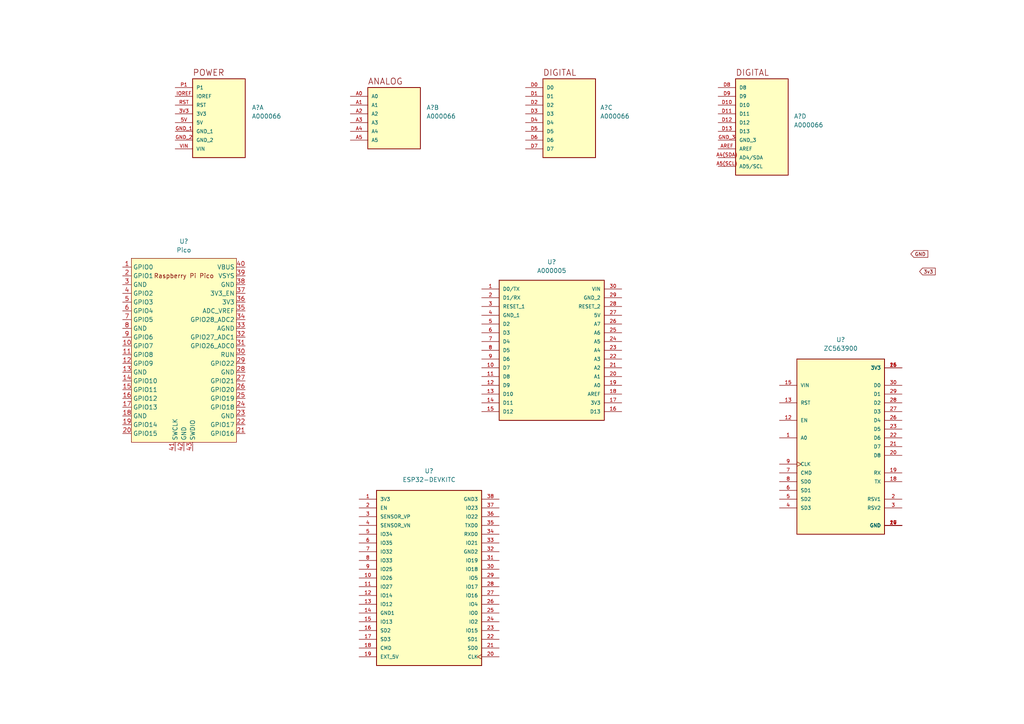
<source format=kicad_sch>
(kicad_sch (version 20211123) (generator eeschema)

  (uuid 2df7122c-9b00-44ca-8943-b51d14346ad9)

  (paper "A4")

  (lib_symbols
    (symbol "Arduino-Nano:A000005" (pin_names (offset 1.016)) (in_bom yes) (on_board yes)
      (property "Reference" "U" (id 0) (at -15.2534 21.1154 0)
        (effects (font (size 1.27 1.27)) (justify left bottom))
      )
      (property "Value" "A000005" (id 1) (at -15.2429 -22.8688 0)
        (effects (font (size 1.27 1.27)) (justify left bottom))
      )
      (property "Footprint" "MODULE_A000005" (id 2) (at 0 0 0)
        (effects (font (size 1.27 1.27)) (justify bottom) hide)
      )
      (property "Datasheet" "" (id 3) (at 0 0 0)
        (effects (font (size 1.27 1.27)) hide)
      )
      (property "MANUFACTURER" "Arduino" (id 4) (at 0 0 0)
        (effects (font (size 1.27 1.27)) (justify bottom) hide)
      )
      (property "PARTREV" "23/03/2020" (id 5) (at 0 0 0)
        (effects (font (size 1.27 1.27)) (justify bottom) hide)
      )
      (property "MAXIMUM_PACKAGE_HEIGHT" "N/A" (id 6) (at 0 0 0)
        (effects (font (size 1.27 1.27)) (justify bottom) hide)
      )
      (property "STANDARD" "Manufacturer Recommendations" (id 7) (at 0 0 0)
        (effects (font (size 1.27 1.27)) (justify bottom) hide)
      )
      (symbol "A000005_0_0"
        (rectangle (start -15.24 -20.32) (end 15.24 20.32)
          (stroke (width 0.254) (type default) (color 0 0 0 0))
          (fill (type background))
        )
        (pin bidirectional line (at -20.32 17.78 0) (length 5.08)
          (name "D0/TX" (effects (font (size 1.016 1.016))))
          (number "1" (effects (font (size 1.016 1.016))))
        )
        (pin bidirectional line (at -20.32 -5.08 0) (length 5.08)
          (name "D7" (effects (font (size 1.016 1.016))))
          (number "10" (effects (font (size 1.016 1.016))))
        )
        (pin bidirectional line (at -20.32 -7.62 0) (length 5.08)
          (name "D8" (effects (font (size 1.016 1.016))))
          (number "11" (effects (font (size 1.016 1.016))))
        )
        (pin bidirectional line (at -20.32 -10.16 0) (length 5.08)
          (name "D9" (effects (font (size 1.016 1.016))))
          (number "12" (effects (font (size 1.016 1.016))))
        )
        (pin bidirectional line (at -20.32 -12.7 0) (length 5.08)
          (name "D10" (effects (font (size 1.016 1.016))))
          (number "13" (effects (font (size 1.016 1.016))))
        )
        (pin bidirectional line (at -20.32 -15.24 0) (length 5.08)
          (name "D11" (effects (font (size 1.016 1.016))))
          (number "14" (effects (font (size 1.016 1.016))))
        )
        (pin bidirectional line (at -20.32 -17.78 0) (length 5.08)
          (name "D12" (effects (font (size 1.016 1.016))))
          (number "15" (effects (font (size 1.016 1.016))))
        )
        (pin bidirectional line (at 20.32 -17.78 180) (length 5.08)
          (name "D13" (effects (font (size 1.016 1.016))))
          (number "16" (effects (font (size 1.016 1.016))))
        )
        (pin power_in line (at 20.32 -15.24 180) (length 5.08)
          (name "3V3" (effects (font (size 1.016 1.016))))
          (number "17" (effects (font (size 1.016 1.016))))
        )
        (pin input line (at 20.32 -12.7 180) (length 5.08)
          (name "AREF" (effects (font (size 1.016 1.016))))
          (number "18" (effects (font (size 1.016 1.016))))
        )
        (pin input line (at 20.32 -10.16 180) (length 5.08)
          (name "A0" (effects (font (size 1.016 1.016))))
          (number "19" (effects (font (size 1.016 1.016))))
        )
        (pin bidirectional line (at -20.32 15.24 0) (length 5.08)
          (name "D1/RX" (effects (font (size 1.016 1.016))))
          (number "2" (effects (font (size 1.016 1.016))))
        )
        (pin input line (at 20.32 -7.62 180) (length 5.08)
          (name "A1" (effects (font (size 1.016 1.016))))
          (number "20" (effects (font (size 1.016 1.016))))
        )
        (pin input line (at 20.32 -5.08 180) (length 5.08)
          (name "A2" (effects (font (size 1.016 1.016))))
          (number "21" (effects (font (size 1.016 1.016))))
        )
        (pin input line (at 20.32 -2.54 180) (length 5.08)
          (name "A3" (effects (font (size 1.016 1.016))))
          (number "22" (effects (font (size 1.016 1.016))))
        )
        (pin input line (at 20.32 0 180) (length 5.08)
          (name "A4" (effects (font (size 1.016 1.016))))
          (number "23" (effects (font (size 1.016 1.016))))
        )
        (pin input line (at 20.32 2.54 180) (length 5.08)
          (name "A5" (effects (font (size 1.016 1.016))))
          (number "24" (effects (font (size 1.016 1.016))))
        )
        (pin input line (at 20.32 5.08 180) (length 5.08)
          (name "A6" (effects (font (size 1.016 1.016))))
          (number "25" (effects (font (size 1.016 1.016))))
        )
        (pin input line (at 20.32 7.62 180) (length 5.08)
          (name "A7" (effects (font (size 1.016 1.016))))
          (number "26" (effects (font (size 1.016 1.016))))
        )
        (pin power_in line (at 20.32 10.16 180) (length 5.08)
          (name "5V" (effects (font (size 1.016 1.016))))
          (number "27" (effects (font (size 1.016 1.016))))
        )
        (pin input line (at 20.32 12.7 180) (length 5.08)
          (name "RESET_2" (effects (font (size 1.016 1.016))))
          (number "28" (effects (font (size 1.016 1.016))))
        )
        (pin power_in line (at 20.32 15.24 180) (length 5.08)
          (name "GND_2" (effects (font (size 1.016 1.016))))
          (number "29" (effects (font (size 1.016 1.016))))
        )
        (pin input line (at -20.32 12.7 0) (length 5.08)
          (name "RESET_1" (effects (font (size 1.016 1.016))))
          (number "3" (effects (font (size 1.016 1.016))))
        )
        (pin power_in line (at 20.32 17.78 180) (length 5.08)
          (name "VIN" (effects (font (size 1.016 1.016))))
          (number "30" (effects (font (size 1.016 1.016))))
        )
        (pin power_in line (at -20.32 10.16 0) (length 5.08)
          (name "GND_1" (effects (font (size 1.016 1.016))))
          (number "4" (effects (font (size 1.016 1.016))))
        )
        (pin bidirectional line (at -20.32 7.62 0) (length 5.08)
          (name "D2" (effects (font (size 1.016 1.016))))
          (number "5" (effects (font (size 1.016 1.016))))
        )
        (pin bidirectional line (at -20.32 5.08 0) (length 5.08)
          (name "D3" (effects (font (size 1.016 1.016))))
          (number "6" (effects (font (size 1.016 1.016))))
        )
        (pin bidirectional line (at -20.32 2.54 0) (length 5.08)
          (name "D4" (effects (font (size 1.016 1.016))))
          (number "7" (effects (font (size 1.016 1.016))))
        )
        (pin bidirectional line (at -20.32 0 0) (length 5.08)
          (name "D5" (effects (font (size 1.016 1.016))))
          (number "8" (effects (font (size 1.016 1.016))))
        )
        (pin bidirectional line (at -20.32 -2.54 0) (length 5.08)
          (name "D6" (effects (font (size 1.016 1.016))))
          (number "9" (effects (font (size 1.016 1.016))))
        )
      )
    )
    (symbol "Arduino-UNO-R3:A000066" (pin_names (offset 1.016)) (in_bom yes) (on_board yes)
      (property "Reference" "A" (id 0) (at -7.62 16.002 0)
        (effects (font (size 1.27 1.27)) (justify left bottom))
      )
      (property "Value" "A000066" (id 1) (at -7.62 -12.7 0)
        (effects (font (size 1.27 1.27)) (justify left bottom))
      )
      (property "Footprint" "ARDUINO_A000066" (id 2) (at 0 0 0)
        (effects (font (size 1.27 1.27)) (justify bottom) hide)
      )
      (property "Datasheet" "" (id 3) (at 0 0 0)
        (effects (font (size 1.27 1.27)) hide)
      )
      (property "MP" "A000066" (id 4) (at 0 0 0)
        (effects (font (size 1.27 1.27)) (justify bottom) hide)
      )
      (property "Price" "None" (id 5) (at 0 0 0)
        (effects (font (size 1.27 1.27)) (justify bottom) hide)
      )
      (property "Package" "None" (id 6) (at 0 0 0)
        (effects (font (size 1.27 1.27)) (justify bottom) hide)
      )
      (property "Availability" "In Stock" (id 7) (at 0 0 0)
        (effects (font (size 1.27 1.27)) (justify bottom) hide)
      )
      (property "MF" "Arduino" (id 8) (at 0 0 0)
        (effects (font (size 1.27 1.27)) (justify bottom) hide)
      )
      (property "Purchase-URL" "https://pricing.snapeda.com/search/part/A000066/?ref=eda" (id 9) (at 0 0 0)
        (effects (font (size 1.27 1.27)) (justify bottom) hide)
      )
      (property "Description" "ATmega328P Arduino Uno R3 AVR® ATmega AVR MCU 8-Bit Embedded Evaluation Board" (id 10) (at 0 0 0)
        (effects (font (size 1.27 1.27)) (justify bottom) hide)
      )
      (symbol "A000066_1_0"
        (rectangle (start -7.62 -10.16) (end 7.62 12.7)
          (stroke (width 0.254) (type default) (color 0 0 0 0))
          (fill (type background))
        )
        (text "POWER" (at -7.62 13.462 0)
          (effects (font (size 1.778 1.778)) (justify left bottom))
        )
        (pin power_in line (at -12.7 2.54 0) (length 5.08)
          (name "3V3" (effects (font (size 1.016 1.016))))
          (number "3V3" (effects (font (size 1.016 1.016))))
        )
        (pin power_in line (at -12.7 0 0) (length 5.08)
          (name "5V" (effects (font (size 1.016 1.016))))
          (number "5V" (effects (font (size 1.016 1.016))))
        )
        (pin power_in line (at -12.7 -2.54 0) (length 5.08)
          (name "GND_1" (effects (font (size 1.016 1.016))))
          (number "GND_1" (effects (font (size 1.016 1.016))))
        )
        (pin power_in line (at -12.7 -5.08 0) (length 5.08)
          (name "GND_2" (effects (font (size 1.016 1.016))))
          (number "GND_2" (effects (font (size 1.016 1.016))))
        )
        (pin bidirectional line (at -12.7 7.62 0) (length 5.08)
          (name "IOREF" (effects (font (size 1.016 1.016))))
          (number "IOREF" (effects (font (size 1.016 1.016))))
        )
        (pin bidirectional line (at -12.7 10.16 0) (length 5.08)
          (name "P1" (effects (font (size 1.016 1.016))))
          (number "P1" (effects (font (size 1.016 1.016))))
        )
        (pin bidirectional line (at -12.7 5.08 0) (length 5.08)
          (name "RST" (effects (font (size 1.016 1.016))))
          (number "RST" (effects (font (size 1.016 1.016))))
        )
        (pin power_in line (at -12.7 -7.62 0) (length 5.08)
          (name "VIN" (effects (font (size 1.016 1.016))))
          (number "VIN" (effects (font (size 1.016 1.016))))
        )
      )
      (symbol "A000066_2_0"
        (rectangle (start -7.62 -10.16) (end 7.62 7.62)
          (stroke (width 0.254) (type default) (color 0 0 0 0))
          (fill (type background))
        )
        (text "ANALOG" (at -7.62 8.382 0)
          (effects (font (size 1.778 1.778)) (justify left bottom))
        )
        (pin bidirectional line (at -12.7 5.08 0) (length 5.08)
          (name "A0" (effects (font (size 1.016 1.016))))
          (number "A0" (effects (font (size 1.016 1.016))))
        )
        (pin bidirectional line (at -12.7 2.54 0) (length 5.08)
          (name "A1" (effects (font (size 1.016 1.016))))
          (number "A1" (effects (font (size 1.016 1.016))))
        )
        (pin bidirectional line (at -12.7 0 0) (length 5.08)
          (name "A2" (effects (font (size 1.016 1.016))))
          (number "A2" (effects (font (size 1.016 1.016))))
        )
        (pin bidirectional line (at -12.7 -2.54 0) (length 5.08)
          (name "A3" (effects (font (size 1.016 1.016))))
          (number "A3" (effects (font (size 1.016 1.016))))
        )
        (pin bidirectional line (at -12.7 -5.08 0) (length 5.08)
          (name "A4" (effects (font (size 1.016 1.016))))
          (number "A4" (effects (font (size 1.016 1.016))))
        )
        (pin bidirectional line (at -12.7 -7.62 0) (length 5.08)
          (name "A5" (effects (font (size 1.016 1.016))))
          (number "A5" (effects (font (size 1.016 1.016))))
        )
      )
      (symbol "A000066_3_0"
        (rectangle (start -7.62 -12.7) (end 7.62 10.16)
          (stroke (width 0.254) (type default) (color 0 0 0 0))
          (fill (type background))
        )
        (text "DIGITAL" (at -7.62 10.922 0)
          (effects (font (size 1.778 1.778)) (justify left bottom))
        )
        (pin bidirectional line (at -12.7 7.62 0) (length 5.08)
          (name "D0" (effects (font (size 1.016 1.016))))
          (number "D0" (effects (font (size 1.016 1.016))))
        )
        (pin bidirectional line (at -12.7 5.08 0) (length 5.08)
          (name "D1" (effects (font (size 1.016 1.016))))
          (number "D1" (effects (font (size 1.016 1.016))))
        )
        (pin bidirectional line (at -12.7 2.54 0) (length 5.08)
          (name "D2" (effects (font (size 1.016 1.016))))
          (number "D2" (effects (font (size 1.016 1.016))))
        )
        (pin bidirectional line (at -12.7 0 0) (length 5.08)
          (name "D3" (effects (font (size 1.016 1.016))))
          (number "D3" (effects (font (size 1.016 1.016))))
        )
        (pin bidirectional line (at -12.7 -2.54 0) (length 5.08)
          (name "D4" (effects (font (size 1.016 1.016))))
          (number "D4" (effects (font (size 1.016 1.016))))
        )
        (pin bidirectional line (at -12.7 -5.08 0) (length 5.08)
          (name "D5" (effects (font (size 1.016 1.016))))
          (number "D5" (effects (font (size 1.016 1.016))))
        )
        (pin bidirectional line (at -12.7 -7.62 0) (length 5.08)
          (name "D6" (effects (font (size 1.016 1.016))))
          (number "D6" (effects (font (size 1.016 1.016))))
        )
        (pin bidirectional line (at -12.7 -10.16 0) (length 5.08)
          (name "D7" (effects (font (size 1.016 1.016))))
          (number "D7" (effects (font (size 1.016 1.016))))
        )
      )
      (symbol "A000066_4_0"
        (rectangle (start -7.62 -15.24) (end 7.62 12.7)
          (stroke (width 0.254) (type default) (color 0 0 0 0))
          (fill (type background))
        )
        (text "DIGITAL" (at -7.62 13.462 0)
          (effects (font (size 1.778 1.778)) (justify left bottom))
        )
        (pin bidirectional line (at -12.7 -10.16 0) (length 5.08)
          (name "AD4/SDA" (effects (font (size 1.016 1.016))))
          (number "A4(SDA)" (effects (font (size 1.016 1.016))))
        )
        (pin bidirectional line (at -12.7 -12.7 0) (length 5.08)
          (name "AD5/SCL" (effects (font (size 1.016 1.016))))
          (number "A5(SCL)" (effects (font (size 1.016 1.016))))
        )
        (pin bidirectional line (at -12.7 -7.62 0) (length 5.08)
          (name "AREF" (effects (font (size 1.016 1.016))))
          (number "AREF" (effects (font (size 1.016 1.016))))
        )
        (pin bidirectional line (at -12.7 5.08 0) (length 5.08)
          (name "D10" (effects (font (size 1.016 1.016))))
          (number "D10" (effects (font (size 1.016 1.016))))
        )
        (pin bidirectional line (at -12.7 2.54 0) (length 5.08)
          (name "D11" (effects (font (size 1.016 1.016))))
          (number "D11" (effects (font (size 1.016 1.016))))
        )
        (pin bidirectional line (at -12.7 0 0) (length 5.08)
          (name "D12" (effects (font (size 1.016 1.016))))
          (number "D12" (effects (font (size 1.016 1.016))))
        )
        (pin bidirectional line (at -12.7 -2.54 0) (length 5.08)
          (name "D13" (effects (font (size 1.016 1.016))))
          (number "D13" (effects (font (size 1.016 1.016))))
        )
        (pin bidirectional line (at -12.7 10.16 0) (length 5.08)
          (name "D8" (effects (font (size 1.016 1.016))))
          (number "D8" (effects (font (size 1.016 1.016))))
        )
        (pin bidirectional line (at -12.7 7.62 0) (length 5.08)
          (name "D9" (effects (font (size 1.016 1.016))))
          (number "D9" (effects (font (size 1.016 1.016))))
        )
        (pin power_in line (at -12.7 -5.08 0) (length 5.08)
          (name "GND_3" (effects (font (size 1.016 1.016))))
          (number "GND_3" (effects (font (size 1.016 1.016))))
        )
      )
    )
    (symbol "DEVKITC_ESP32:ESP32-DEVKITC" (pin_names (offset 1.016)) (in_bom yes) (on_board yes)
      (property "Reference" "U" (id 0) (at -15.2572 26.0643 0)
        (effects (font (size 1.27 1.27)) (justify left bottom))
      )
      (property "Value" "ESP32-DEVKITC" (id 1) (at -15.2563 -27.9698 0)
        (effects (font (size 1.27 1.27)) (justify left bottom))
      )
      (property "Footprint" "MODULE_ESP32-DEVKITC" (id 2) (at 0 0 0)
        (effects (font (size 1.27 1.27)) (justify bottom) hide)
      )
      (property "Datasheet" "" (id 3) (at 0 0 0)
        (effects (font (size 1.27 1.27)) hide)
      )
      (property "STANDARD" "Manufacturer Recommendations" (id 4) (at 0 0 0)
        (effects (font (size 1.27 1.27)) (justify bottom) hide)
      )
      (property "MANUFACTURER" "ESPRESSIF" (id 5) (at 0 0 0)
        (effects (font (size 1.27 1.27)) (justify bottom) hide)
      )
      (property "PARTREV" "N/A" (id 6) (at 0 0 0)
        (effects (font (size 1.27 1.27)) (justify bottom) hide)
      )
      (symbol "ESP32-DEVKITC_0_0"
        (rectangle (start -15.24 -25.4) (end 15.24 25.4)
          (stroke (width 0.254) (type default) (color 0 0 0 0))
          (fill (type background))
        )
        (pin power_in line (at -20.32 22.86 0) (length 5.08)
          (name "3V3" (effects (font (size 1.016 1.016))))
          (number "1" (effects (font (size 1.016 1.016))))
        )
        (pin bidirectional line (at -20.32 0 0) (length 5.08)
          (name "IO26" (effects (font (size 1.016 1.016))))
          (number "10" (effects (font (size 1.016 1.016))))
        )
        (pin bidirectional line (at -20.32 -2.54 0) (length 5.08)
          (name "IO27" (effects (font (size 1.016 1.016))))
          (number "11" (effects (font (size 1.016 1.016))))
        )
        (pin bidirectional line (at -20.32 -5.08 0) (length 5.08)
          (name "IO14" (effects (font (size 1.016 1.016))))
          (number "12" (effects (font (size 1.016 1.016))))
        )
        (pin bidirectional line (at -20.32 -7.62 0) (length 5.08)
          (name "IO12" (effects (font (size 1.016 1.016))))
          (number "13" (effects (font (size 1.016 1.016))))
        )
        (pin power_in line (at -20.32 -10.16 0) (length 5.08)
          (name "GND1" (effects (font (size 1.016 1.016))))
          (number "14" (effects (font (size 1.016 1.016))))
        )
        (pin bidirectional line (at -20.32 -12.7 0) (length 5.08)
          (name "IO13" (effects (font (size 1.016 1.016))))
          (number "15" (effects (font (size 1.016 1.016))))
        )
        (pin bidirectional line (at -20.32 -15.24 0) (length 5.08)
          (name "SD2" (effects (font (size 1.016 1.016))))
          (number "16" (effects (font (size 1.016 1.016))))
        )
        (pin bidirectional line (at -20.32 -17.78 0) (length 5.08)
          (name "SD3" (effects (font (size 1.016 1.016))))
          (number "17" (effects (font (size 1.016 1.016))))
        )
        (pin bidirectional line (at -20.32 -20.32 0) (length 5.08)
          (name "CMD" (effects (font (size 1.016 1.016))))
          (number "18" (effects (font (size 1.016 1.016))))
        )
        (pin power_in line (at -20.32 -22.86 0) (length 5.08)
          (name "EXT_5V" (effects (font (size 1.016 1.016))))
          (number "19" (effects (font (size 1.016 1.016))))
        )
        (pin input line (at -20.32 20.32 0) (length 5.08)
          (name "EN" (effects (font (size 1.016 1.016))))
          (number "2" (effects (font (size 1.016 1.016))))
        )
        (pin input clock (at 20.32 -22.86 180) (length 5.08)
          (name "CLK" (effects (font (size 1.016 1.016))))
          (number "20" (effects (font (size 1.016 1.016))))
        )
        (pin bidirectional line (at 20.32 -20.32 180) (length 5.08)
          (name "SD0" (effects (font (size 1.016 1.016))))
          (number "21" (effects (font (size 1.016 1.016))))
        )
        (pin bidirectional line (at 20.32 -17.78 180) (length 5.08)
          (name "SD1" (effects (font (size 1.016 1.016))))
          (number "22" (effects (font (size 1.016 1.016))))
        )
        (pin bidirectional line (at 20.32 -15.24 180) (length 5.08)
          (name "IO15" (effects (font (size 1.016 1.016))))
          (number "23" (effects (font (size 1.016 1.016))))
        )
        (pin bidirectional line (at 20.32 -12.7 180) (length 5.08)
          (name "IO2" (effects (font (size 1.016 1.016))))
          (number "24" (effects (font (size 1.016 1.016))))
        )
        (pin bidirectional line (at 20.32 -10.16 180) (length 5.08)
          (name "IO0" (effects (font (size 1.016 1.016))))
          (number "25" (effects (font (size 1.016 1.016))))
        )
        (pin bidirectional line (at 20.32 -7.62 180) (length 5.08)
          (name "IO4" (effects (font (size 1.016 1.016))))
          (number "26" (effects (font (size 1.016 1.016))))
        )
        (pin bidirectional line (at 20.32 -5.08 180) (length 5.08)
          (name "IO16" (effects (font (size 1.016 1.016))))
          (number "27" (effects (font (size 1.016 1.016))))
        )
        (pin bidirectional line (at 20.32 -2.54 180) (length 5.08)
          (name "IO17" (effects (font (size 1.016 1.016))))
          (number "28" (effects (font (size 1.016 1.016))))
        )
        (pin bidirectional line (at 20.32 0 180) (length 5.08)
          (name "IO5" (effects (font (size 1.016 1.016))))
          (number "29" (effects (font (size 1.016 1.016))))
        )
        (pin input line (at -20.32 17.78 0) (length 5.08)
          (name "SENSOR_VP" (effects (font (size 1.016 1.016))))
          (number "3" (effects (font (size 1.016 1.016))))
        )
        (pin bidirectional line (at 20.32 2.54 180) (length 5.08)
          (name "IO18" (effects (font (size 1.016 1.016))))
          (number "30" (effects (font (size 1.016 1.016))))
        )
        (pin bidirectional line (at 20.32 5.08 180) (length 5.08)
          (name "IO19" (effects (font (size 1.016 1.016))))
          (number "31" (effects (font (size 1.016 1.016))))
        )
        (pin power_in line (at 20.32 7.62 180) (length 5.08)
          (name "GND2" (effects (font (size 1.016 1.016))))
          (number "32" (effects (font (size 1.016 1.016))))
        )
        (pin bidirectional line (at 20.32 10.16 180) (length 5.08)
          (name "IO21" (effects (font (size 1.016 1.016))))
          (number "33" (effects (font (size 1.016 1.016))))
        )
        (pin input line (at 20.32 12.7 180) (length 5.08)
          (name "RXD0" (effects (font (size 1.016 1.016))))
          (number "34" (effects (font (size 1.016 1.016))))
        )
        (pin output line (at 20.32 15.24 180) (length 5.08)
          (name "TXD0" (effects (font (size 1.016 1.016))))
          (number "35" (effects (font (size 1.016 1.016))))
        )
        (pin bidirectional line (at 20.32 17.78 180) (length 5.08)
          (name "IO22" (effects (font (size 1.016 1.016))))
          (number "36" (effects (font (size 1.016 1.016))))
        )
        (pin bidirectional line (at 20.32 20.32 180) (length 5.08)
          (name "IO23" (effects (font (size 1.016 1.016))))
          (number "37" (effects (font (size 1.016 1.016))))
        )
        (pin power_in line (at 20.32 22.86 180) (length 5.08)
          (name "GND3" (effects (font (size 1.016 1.016))))
          (number "38" (effects (font (size 1.016 1.016))))
        )
        (pin input line (at -20.32 15.24 0) (length 5.08)
          (name "SENSOR_VN" (effects (font (size 1.016 1.016))))
          (number "4" (effects (font (size 1.016 1.016))))
        )
        (pin bidirectional line (at -20.32 12.7 0) (length 5.08)
          (name "IO34" (effects (font (size 1.016 1.016))))
          (number "5" (effects (font (size 1.016 1.016))))
        )
        (pin bidirectional line (at -20.32 10.16 0) (length 5.08)
          (name "IO35" (effects (font (size 1.016 1.016))))
          (number "6" (effects (font (size 1.016 1.016))))
        )
        (pin bidirectional line (at -20.32 7.62 0) (length 5.08)
          (name "IO32" (effects (font (size 1.016 1.016))))
          (number "7" (effects (font (size 1.016 1.016))))
        )
        (pin bidirectional line (at -20.32 5.08 0) (length 5.08)
          (name "IO33" (effects (font (size 1.016 1.016))))
          (number "8" (effects (font (size 1.016 1.016))))
        )
        (pin bidirectional line (at -20.32 2.54 0) (length 5.08)
          (name "IO25" (effects (font (size 1.016 1.016))))
          (number "9" (effects (font (size 1.016 1.016))))
        )
      )
    )
    (symbol "ESP8266-NodeMCU:ZC563900" (pin_names (offset 1.016)) (in_bom yes) (on_board yes)
      (property "Reference" "U" (id 0) (at -12.7 26.035 0)
        (effects (font (size 1.27 1.27)) (justify left bottom))
      )
      (property "Value" "ZC563900" (id 1) (at -12.7 -27.94 0)
        (effects (font (size 1.27 1.27)) (justify left bottom))
      )
      (property "Footprint" "MODULE_ZC563900" (id 2) (at 0 0 0)
        (effects (font (size 1.27 1.27)) (justify bottom) hide)
      )
      (property "Datasheet" "" (id 3) (at 0 0 0)
        (effects (font (size 1.27 1.27)) hide)
      )
      (property "STANDARD" "Manufacturer Recommendations" (id 4) (at 0 0 0)
        (effects (font (size 1.27 1.27)) (justify bottom) hide)
      )
      (property "MAXIMUM_PACKAGE_HEIGHT" "N/A" (id 5) (at 0 0 0)
        (effects (font (size 1.27 1.27)) (justify bottom) hide)
      )
      (property "PARTREV" "1.0" (id 6) (at 0 0 0)
        (effects (font (size 1.27 1.27)) (justify bottom) hide)
      )
      (property "MANUFACTURER" "YKS" (id 7) (at 0 0 0)
        (effects (font (size 1.27 1.27)) (justify bottom) hide)
      )
      (symbol "ZC563900_0_0"
        (rectangle (start -12.7 -25.4) (end 12.7 25.4)
          (stroke (width 0.254) (type default) (color 0 0 0 0))
          (fill (type background))
        )
        (pin input line (at -17.78 2.54 0) (length 5.08)
          (name "A0" (effects (font (size 1.016 1.016))))
          (number "1" (effects (font (size 1.016 1.016))))
        )
        (pin power_in line (at 17.78 -22.86 180) (length 5.08)
          (name "GND" (effects (font (size 1.016 1.016))))
          (number "10" (effects (font (size 1.016 1.016))))
        )
        (pin power_in line (at 17.78 22.86 180) (length 5.08)
          (name "3V3" (effects (font (size 1.016 1.016))))
          (number "11" (effects (font (size 1.016 1.016))))
        )
        (pin input line (at -17.78 7.62 0) (length 5.08)
          (name "EN" (effects (font (size 1.016 1.016))))
          (number "12" (effects (font (size 1.016 1.016))))
        )
        (pin input line (at -17.78 12.7 0) (length 5.08)
          (name "RST" (effects (font (size 1.016 1.016))))
          (number "13" (effects (font (size 1.016 1.016))))
        )
        (pin power_in line (at 17.78 -22.86 180) (length 5.08)
          (name "GND" (effects (font (size 1.016 1.016))))
          (number "14" (effects (font (size 1.016 1.016))))
        )
        (pin input line (at -17.78 17.78 0) (length 5.08)
          (name "VIN" (effects (font (size 1.016 1.016))))
          (number "15" (effects (font (size 1.016 1.016))))
        )
        (pin power_in line (at 17.78 22.86 180) (length 5.08)
          (name "3V3" (effects (font (size 1.016 1.016))))
          (number "16" (effects (font (size 1.016 1.016))))
        )
        (pin power_in line (at 17.78 -22.86 180) (length 5.08)
          (name "GND" (effects (font (size 1.016 1.016))))
          (number "17" (effects (font (size 1.016 1.016))))
        )
        (pin bidirectional line (at 17.78 -10.16 180) (length 5.08)
          (name "TX" (effects (font (size 1.016 1.016))))
          (number "18" (effects (font (size 1.016 1.016))))
        )
        (pin bidirectional line (at 17.78 -7.62 180) (length 5.08)
          (name "RX" (effects (font (size 1.016 1.016))))
          (number "19" (effects (font (size 1.016 1.016))))
        )
        (pin passive line (at 17.78 -15.24 180) (length 5.08)
          (name "RSV1" (effects (font (size 1.016 1.016))))
          (number "2" (effects (font (size 1.016 1.016))))
        )
        (pin bidirectional line (at 17.78 -2.54 180) (length 5.08)
          (name "D8" (effects (font (size 1.016 1.016))))
          (number "20" (effects (font (size 1.016 1.016))))
        )
        (pin bidirectional line (at 17.78 0 180) (length 5.08)
          (name "D7" (effects (font (size 1.016 1.016))))
          (number "21" (effects (font (size 1.016 1.016))))
        )
        (pin bidirectional line (at 17.78 2.54 180) (length 5.08)
          (name "D6" (effects (font (size 1.016 1.016))))
          (number "22" (effects (font (size 1.016 1.016))))
        )
        (pin bidirectional line (at 17.78 5.08 180) (length 5.08)
          (name "D5" (effects (font (size 1.016 1.016))))
          (number "23" (effects (font (size 1.016 1.016))))
        )
        (pin power_in line (at 17.78 -22.86 180) (length 5.08)
          (name "GND" (effects (font (size 1.016 1.016))))
          (number "24" (effects (font (size 1.016 1.016))))
        )
        (pin power_in line (at 17.78 22.86 180) (length 5.08)
          (name "3V3" (effects (font (size 1.016 1.016))))
          (number "25" (effects (font (size 1.016 1.016))))
        )
        (pin bidirectional line (at 17.78 7.62 180) (length 5.08)
          (name "D4" (effects (font (size 1.016 1.016))))
          (number "26" (effects (font (size 1.016 1.016))))
        )
        (pin bidirectional line (at 17.78 10.16 180) (length 5.08)
          (name "D3" (effects (font (size 1.016 1.016))))
          (number "27" (effects (font (size 1.016 1.016))))
        )
        (pin bidirectional line (at 17.78 12.7 180) (length 5.08)
          (name "D2" (effects (font (size 1.016 1.016))))
          (number "28" (effects (font (size 1.016 1.016))))
        )
        (pin bidirectional line (at 17.78 15.24 180) (length 5.08)
          (name "D1" (effects (font (size 1.016 1.016))))
          (number "29" (effects (font (size 1.016 1.016))))
        )
        (pin passive line (at 17.78 -17.78 180) (length 5.08)
          (name "RSV2" (effects (font (size 1.016 1.016))))
          (number "3" (effects (font (size 1.016 1.016))))
        )
        (pin bidirectional line (at 17.78 17.78 180) (length 5.08)
          (name "D0" (effects (font (size 1.016 1.016))))
          (number "30" (effects (font (size 1.016 1.016))))
        )
        (pin bidirectional line (at -17.78 -17.78 0) (length 5.08)
          (name "SD3" (effects (font (size 1.016 1.016))))
          (number "4" (effects (font (size 1.016 1.016))))
        )
        (pin bidirectional line (at -17.78 -15.24 0) (length 5.08)
          (name "SD2" (effects (font (size 1.016 1.016))))
          (number "5" (effects (font (size 1.016 1.016))))
        )
        (pin bidirectional line (at -17.78 -12.7 0) (length 5.08)
          (name "SD1" (effects (font (size 1.016 1.016))))
          (number "6" (effects (font (size 1.016 1.016))))
        )
        (pin input line (at -17.78 -7.62 0) (length 5.08)
          (name "CMD" (effects (font (size 1.016 1.016))))
          (number "7" (effects (font (size 1.016 1.016))))
        )
        (pin bidirectional line (at -17.78 -10.16 0) (length 5.08)
          (name "SD0" (effects (font (size 1.016 1.016))))
          (number "8" (effects (font (size 1.016 1.016))))
        )
        (pin input clock (at -17.78 -5.08 0) (length 5.08)
          (name "CLK" (effects (font (size 1.016 1.016))))
          (number "9" (effects (font (size 1.016 1.016))))
        )
      )
    )
    (symbol "Pi_Pico:Pico" (in_bom yes) (on_board yes)
      (property "Reference" "U" (id 0) (at -13.97 27.94 0)
        (effects (font (size 1.27 1.27)))
      )
      (property "Value" "Pico" (id 1) (at 0 19.05 0)
        (effects (font (size 1.27 1.27)))
      )
      (property "Footprint" "RPi_Pico:RPi_Pico_SMD_TH" (id 2) (at 0 0 90)
        (effects (font (size 1.27 1.27)) hide)
      )
      (property "Datasheet" "" (id 3) (at 0 0 0)
        (effects (font (size 1.27 1.27)) hide)
      )
      (symbol "Pico_0_0"
        (text "Raspberry Pi Pico" (at 0 21.59 0)
          (effects (font (size 1.27 1.27)))
        )
      )
      (symbol "Pico_0_1"
        (rectangle (start -15.24 26.67) (end 15.24 -26.67)
          (stroke (width 0) (type default) (color 0 0 0 0))
          (fill (type background))
        )
      )
      (symbol "Pico_1_1"
        (pin bidirectional line (at -17.78 24.13 0) (length 2.54)
          (name "GPIO0" (effects (font (size 1.27 1.27))))
          (number "1" (effects (font (size 1.27 1.27))))
        )
        (pin bidirectional line (at -17.78 1.27 0) (length 2.54)
          (name "GPIO7" (effects (font (size 1.27 1.27))))
          (number "10" (effects (font (size 1.27 1.27))))
        )
        (pin bidirectional line (at -17.78 -1.27 0) (length 2.54)
          (name "GPIO8" (effects (font (size 1.27 1.27))))
          (number "11" (effects (font (size 1.27 1.27))))
        )
        (pin bidirectional line (at -17.78 -3.81 0) (length 2.54)
          (name "GPIO9" (effects (font (size 1.27 1.27))))
          (number "12" (effects (font (size 1.27 1.27))))
        )
        (pin power_in line (at -17.78 -6.35 0) (length 2.54)
          (name "GND" (effects (font (size 1.27 1.27))))
          (number "13" (effects (font (size 1.27 1.27))))
        )
        (pin bidirectional line (at -17.78 -8.89 0) (length 2.54)
          (name "GPIO10" (effects (font (size 1.27 1.27))))
          (number "14" (effects (font (size 1.27 1.27))))
        )
        (pin bidirectional line (at -17.78 -11.43 0) (length 2.54)
          (name "GPIO11" (effects (font (size 1.27 1.27))))
          (number "15" (effects (font (size 1.27 1.27))))
        )
        (pin bidirectional line (at -17.78 -13.97 0) (length 2.54)
          (name "GPIO12" (effects (font (size 1.27 1.27))))
          (number "16" (effects (font (size 1.27 1.27))))
        )
        (pin bidirectional line (at -17.78 -16.51 0) (length 2.54)
          (name "GPIO13" (effects (font (size 1.27 1.27))))
          (number "17" (effects (font (size 1.27 1.27))))
        )
        (pin power_in line (at -17.78 -19.05 0) (length 2.54)
          (name "GND" (effects (font (size 1.27 1.27))))
          (number "18" (effects (font (size 1.27 1.27))))
        )
        (pin bidirectional line (at -17.78 -21.59 0) (length 2.54)
          (name "GPIO14" (effects (font (size 1.27 1.27))))
          (number "19" (effects (font (size 1.27 1.27))))
        )
        (pin bidirectional line (at -17.78 21.59 0) (length 2.54)
          (name "GPIO1" (effects (font (size 1.27 1.27))))
          (number "2" (effects (font (size 1.27 1.27))))
        )
        (pin bidirectional line (at -17.78 -24.13 0) (length 2.54)
          (name "GPIO15" (effects (font (size 1.27 1.27))))
          (number "20" (effects (font (size 1.27 1.27))))
        )
        (pin bidirectional line (at 17.78 -24.13 180) (length 2.54)
          (name "GPIO16" (effects (font (size 1.27 1.27))))
          (number "21" (effects (font (size 1.27 1.27))))
        )
        (pin bidirectional line (at 17.78 -21.59 180) (length 2.54)
          (name "GPIO17" (effects (font (size 1.27 1.27))))
          (number "22" (effects (font (size 1.27 1.27))))
        )
        (pin power_in line (at 17.78 -19.05 180) (length 2.54)
          (name "GND" (effects (font (size 1.27 1.27))))
          (number "23" (effects (font (size 1.27 1.27))))
        )
        (pin bidirectional line (at 17.78 -16.51 180) (length 2.54)
          (name "GPIO18" (effects (font (size 1.27 1.27))))
          (number "24" (effects (font (size 1.27 1.27))))
        )
        (pin bidirectional line (at 17.78 -13.97 180) (length 2.54)
          (name "GPIO19" (effects (font (size 1.27 1.27))))
          (number "25" (effects (font (size 1.27 1.27))))
        )
        (pin bidirectional line (at 17.78 -11.43 180) (length 2.54)
          (name "GPIO20" (effects (font (size 1.27 1.27))))
          (number "26" (effects (font (size 1.27 1.27))))
        )
        (pin bidirectional line (at 17.78 -8.89 180) (length 2.54)
          (name "GPIO21" (effects (font (size 1.27 1.27))))
          (number "27" (effects (font (size 1.27 1.27))))
        )
        (pin power_in line (at 17.78 -6.35 180) (length 2.54)
          (name "GND" (effects (font (size 1.27 1.27))))
          (number "28" (effects (font (size 1.27 1.27))))
        )
        (pin bidirectional line (at 17.78 -3.81 180) (length 2.54)
          (name "GPIO22" (effects (font (size 1.27 1.27))))
          (number "29" (effects (font (size 1.27 1.27))))
        )
        (pin power_in line (at -17.78 19.05 0) (length 2.54)
          (name "GND" (effects (font (size 1.27 1.27))))
          (number "3" (effects (font (size 1.27 1.27))))
        )
        (pin input line (at 17.78 -1.27 180) (length 2.54)
          (name "RUN" (effects (font (size 1.27 1.27))))
          (number "30" (effects (font (size 1.27 1.27))))
        )
        (pin bidirectional line (at 17.78 1.27 180) (length 2.54)
          (name "GPIO26_ADC0" (effects (font (size 1.27 1.27))))
          (number "31" (effects (font (size 1.27 1.27))))
        )
        (pin bidirectional line (at 17.78 3.81 180) (length 2.54)
          (name "GPIO27_ADC1" (effects (font (size 1.27 1.27))))
          (number "32" (effects (font (size 1.27 1.27))))
        )
        (pin power_in line (at 17.78 6.35 180) (length 2.54)
          (name "AGND" (effects (font (size 1.27 1.27))))
          (number "33" (effects (font (size 1.27 1.27))))
        )
        (pin bidirectional line (at 17.78 8.89 180) (length 2.54)
          (name "GPIO28_ADC2" (effects (font (size 1.27 1.27))))
          (number "34" (effects (font (size 1.27 1.27))))
        )
        (pin power_in line (at 17.78 11.43 180) (length 2.54)
          (name "ADC_VREF" (effects (font (size 1.27 1.27))))
          (number "35" (effects (font (size 1.27 1.27))))
        )
        (pin power_in line (at 17.78 13.97 180) (length 2.54)
          (name "3V3" (effects (font (size 1.27 1.27))))
          (number "36" (effects (font (size 1.27 1.27))))
        )
        (pin input line (at 17.78 16.51 180) (length 2.54)
          (name "3V3_EN" (effects (font (size 1.27 1.27))))
          (number "37" (effects (font (size 1.27 1.27))))
        )
        (pin bidirectional line (at 17.78 19.05 180) (length 2.54)
          (name "GND" (effects (font (size 1.27 1.27))))
          (number "38" (effects (font (size 1.27 1.27))))
        )
        (pin power_in line (at 17.78 21.59 180) (length 2.54)
          (name "VSYS" (effects (font (size 1.27 1.27))))
          (number "39" (effects (font (size 1.27 1.27))))
        )
        (pin bidirectional line (at -17.78 16.51 0) (length 2.54)
          (name "GPIO2" (effects (font (size 1.27 1.27))))
          (number "4" (effects (font (size 1.27 1.27))))
        )
        (pin power_in line (at 17.78 24.13 180) (length 2.54)
          (name "VBUS" (effects (font (size 1.27 1.27))))
          (number "40" (effects (font (size 1.27 1.27))))
        )
        (pin input line (at -2.54 -29.21 90) (length 2.54)
          (name "SWCLK" (effects (font (size 1.27 1.27))))
          (number "41" (effects (font (size 1.27 1.27))))
        )
        (pin power_in line (at 0 -29.21 90) (length 2.54)
          (name "GND" (effects (font (size 1.27 1.27))))
          (number "42" (effects (font (size 1.27 1.27))))
        )
        (pin bidirectional line (at 2.54 -29.21 90) (length 2.54)
          (name "SWDIO" (effects (font (size 1.27 1.27))))
          (number "43" (effects (font (size 1.27 1.27))))
        )
        (pin bidirectional line (at -17.78 13.97 0) (length 2.54)
          (name "GPIO3" (effects (font (size 1.27 1.27))))
          (number "5" (effects (font (size 1.27 1.27))))
        )
        (pin bidirectional line (at -17.78 11.43 0) (length 2.54)
          (name "GPIO4" (effects (font (size 1.27 1.27))))
          (number "6" (effects (font (size 1.27 1.27))))
        )
        (pin bidirectional line (at -17.78 8.89 0) (length 2.54)
          (name "GPIO5" (effects (font (size 1.27 1.27))))
          (number "7" (effects (font (size 1.27 1.27))))
        )
        (pin power_in line (at -17.78 6.35 0) (length 2.54)
          (name "GND" (effects (font (size 1.27 1.27))))
          (number "8" (effects (font (size 1.27 1.27))))
        )
        (pin bidirectional line (at -17.78 3.81 0) (length 2.54)
          (name "GPIO6" (effects (font (size 1.27 1.27))))
          (number "9" (effects (font (size 1.27 1.27))))
        )
      )
    )
  )


  (global_label "3v3" (shape input) (at 266.7 78.74 0) (fields_autoplaced)
    (effects (font (size 1 1)) (justify left))
    (uuid 62d46661-654d-4574-b37c-551840aa25cd)
    (property "Intersheet References" "${INTERSHEET_REFS}" (id 0) (at 271.2667 78.8025 0)
      (effects (font (size 1 1)) (justify left) hide)
    )
  )
  (global_label "GND" (shape input) (at 264.16 73.66 0) (fields_autoplaced)
    (effects (font (size 1 1)) (justify left))
    (uuid d5decbeb-a67e-488b-b158-c800da0c9e99)
    (property "Intersheet References" "${INTERSHEET_REFS}" (id 0) (at 269.1076 73.5975 0)
      (effects (font (size 1 1)) (justify left) hide)
    )
  )

  (symbol (lib_id "Pi_Pico:Pico") (at 53.34 101.6 0) (unit 1)
    (in_bom yes) (on_board yes) (fields_autoplaced)
    (uuid 09fafa62-0bf7-4b4a-b6a0-4c04d87db0fe)
    (property "Reference" "U?" (id 0) (at 53.34 70.0024 0))
    (property "Value" "Pico" (id 1) (at 53.34 72.5424 0))
    (property "Footprint" "RPi_Pico:RPi_Pico_SMD_TH" (id 2) (at 53.34 101.6 90)
      (effects (font (size 1.27 1.27)) hide)
    )
    (property "Datasheet" "" (id 3) (at 53.34 101.6 0)
      (effects (font (size 1.27 1.27)) hide)
    )
    (pin "1" (uuid 802a7387-e20a-43fb-98a9-5a72bfd98905))
    (pin "10" (uuid 85e8e00d-26a6-4c9f-8260-6a3d7fea2727))
    (pin "11" (uuid 8e469527-b035-46b6-9075-bf5d443a97ad))
    (pin "12" (uuid c7104e04-aacc-45de-80b9-c54b52d846a5))
    (pin "13" (uuid f3cd5e10-e6bf-424c-83c8-d4c883c87e48))
    (pin "14" (uuid fccc3ddd-4b3c-472b-b35e-ab17859bcec8))
    (pin "15" (uuid 4d290263-0c4e-4cd6-b20f-e6e37bbec62c))
    (pin "16" (uuid 6e7f9492-1c83-4b5f-a29a-86f0da067a48))
    (pin "17" (uuid 82ec7ffd-ef07-42a0-b353-ef645b848034))
    (pin "18" (uuid b249b1e5-b915-46c2-a60e-b38b508ba581))
    (pin "19" (uuid c1ee460a-563f-47bb-ac05-2ab4cd8669c0))
    (pin "2" (uuid df03f228-cf7b-41c9-a0a8-75ecf34919c6))
    (pin "20" (uuid 1dc0af09-2e9c-4ade-bee9-77222e37f53d))
    (pin "21" (uuid a8355985-67aa-4250-989b-87f8bf8b1d6a))
    (pin "22" (uuid aa7ca512-0b61-4762-9a3d-4fd1992bbb58))
    (pin "23" (uuid 14c558f4-e06d-4896-af32-7edc02bed4fd))
    (pin "24" (uuid 7a5ed71d-4356-464c-994c-5d0fff9967e2))
    (pin "25" (uuid 87eb20cc-6293-4108-a016-9355ab3d82d0))
    (pin "26" (uuid 497969fc-5e40-43f7-a246-ee80c558d2b4))
    (pin "27" (uuid f6a0d503-a990-462c-9ac1-728b5537ac48))
    (pin "28" (uuid c8f28a0b-f996-4efa-8544-2cb8c6ed4b49))
    (pin "29" (uuid 95aad17e-0235-4789-9115-ec69ba862f75))
    (pin "3" (uuid b3db2f7e-66b1-4237-a03c-2d77e19c69a7))
    (pin "30" (uuid 9b7a4387-1f2a-4131-9eb8-05f3b040d49b))
    (pin "31" (uuid 4b29a965-7e6c-4725-a621-7c2afc187f22))
    (pin "32" (uuid d1c69227-3b7f-4d68-b89a-3772a7e9789a))
    (pin "33" (uuid 1ed7c4dd-66e3-4b88-8e25-7185f3a9c323))
    (pin "34" (uuid 77cb64cf-3326-4f3d-be8c-4466f552039d))
    (pin "35" (uuid ccf7bb73-7f73-42ed-9f90-86066684ad73))
    (pin "36" (uuid 97c34d47-97f1-49f7-8bd4-1b56f3a7428e))
    (pin "37" (uuid b5cd9400-2de1-44b1-89e3-9cf6353a4dc1))
    (pin "38" (uuid 42010b63-4b39-4206-b005-7398cbd624c8))
    (pin "39" (uuid 052ef19e-8670-4fd8-ae37-d4c6ebdbe677))
    (pin "4" (uuid 15c9facb-f080-48d5-8498-8462c353ca14))
    (pin "40" (uuid e5f48df4-06eb-4d34-9e24-7e2e26da439f))
    (pin "41" (uuid 85425802-16c8-4049-ae52-8e60ef0ba4e1))
    (pin "42" (uuid 52b7ff78-1fad-48fb-a8fc-04efeb982fe2))
    (pin "43" (uuid 04d74a74-3a79-4443-896a-b8cde5e0e053))
    (pin "5" (uuid 4d19c3c3-d297-4ccb-8d13-5d94d6a45700))
    (pin "6" (uuid cec73bc0-3f5b-4354-8c76-b4b864e4fec8))
    (pin "7" (uuid 5dd4cb19-b377-4e63-980f-2e78e22ddf4a))
    (pin "8" (uuid 3cdf05ca-ef85-445d-93c7-0f70b28cd83a))
    (pin "9" (uuid 2c8e5e36-23e8-456c-a3e7-bf2d748b0cad))
  )

  (symbol (lib_id "Arduino-UNO-R3:A000066") (at 165.1 33.02 0) (unit 3)
    (in_bom yes) (on_board yes) (fields_autoplaced)
    (uuid 3d3fdd75-4662-4afb-8747-7d46339b41dc)
    (property "Reference" "A?" (id 0) (at 174.0662 31.1877 0)
      (effects (font (size 1.27 1.27)) (justify left))
    )
    (property "Value" "A000066" (id 1) (at 174.0662 33.7277 0)
      (effects (font (size 1.27 1.27)) (justify left))
    )
    (property "Footprint" "ARDUINO_A000066" (id 2) (at 165.1 33.02 0)
      (effects (font (size 1.27 1.27)) (justify bottom) hide)
    )
    (property "Datasheet" "" (id 3) (at 165.1 33.02 0)
      (effects (font (size 1.27 1.27)) hide)
    )
    (property "MP" "A000066" (id 4) (at 165.1 33.02 0)
      (effects (font (size 1.27 1.27)) (justify bottom) hide)
    )
    (property "Price" "None" (id 5) (at 165.1 33.02 0)
      (effects (font (size 1.27 1.27)) (justify bottom) hide)
    )
    (property "Package" "None" (id 6) (at 165.1 33.02 0)
      (effects (font (size 1.27 1.27)) (justify bottom) hide)
    )
    (property "Availability" "In Stock" (id 7) (at 165.1 33.02 0)
      (effects (font (size 1.27 1.27)) (justify bottom) hide)
    )
    (property "MF" "Arduino" (id 8) (at 165.1 33.02 0)
      (effects (font (size 1.27 1.27)) (justify bottom) hide)
    )
    (property "Purchase-URL" "https://pricing.snapeda.com/search/part/A000066/?ref=eda" (id 9) (at 165.1 33.02 0)
      (effects (font (size 1.27 1.27)) (justify bottom) hide)
    )
    (property "Description" "ATmega328P Arduino Uno R3 AVR® ATmega AVR MCU 8-Bit Embedded Evaluation Board" (id 10) (at 165.1 33.02 0)
      (effects (font (size 1.27 1.27)) (justify bottom) hide)
    )
    (pin "3V3" (uuid 3a7eb8cc-9721-49d1-9328-791a0af047e4))
    (pin "5V" (uuid eb1dd3a5-b4ea-40f9-9aaa-3c04ac1349aa))
    (pin "GND_1" (uuid 46709f89-9c95-4603-a3d2-ddfa3c41687c))
    (pin "GND_2" (uuid 6426998f-3e7c-4b08-b199-699f722823ba))
    (pin "IOREF" (uuid 9e3636dc-cc13-4bd6-9840-902e23340ca4))
    (pin "P1" (uuid 52cf0206-47bc-4fe6-bf8c-32d78e1bb578))
    (pin "RST" (uuid 26e398a8-dbaf-4d24-ba4d-2099df476fae))
    (pin "VIN" (uuid 702e2e24-f76e-42e4-9592-8479e16131fd))
    (pin "A0" (uuid 23cd654b-8b7c-4130-bb97-661bcaed826a))
    (pin "A1" (uuid 8b032397-35cb-4c1a-aee0-ace48d6f05f7))
    (pin "A2" (uuid 6263e4b2-5d1d-4e55-953a-858d452c0c70))
    (pin "A3" (uuid 60a635c4-0a79-4bda-a07e-0d731b11e3e6))
    (pin "A4" (uuid 36237b1d-6011-4e11-9987-8e958142bd0c))
    (pin "A5" (uuid 404517e4-feb4-41fe-9bf8-89aff7041b7c))
    (pin "D0" (uuid 01ee0d9b-861d-49ca-9512-592204529fad))
    (pin "D1" (uuid 72c90e44-14a4-452b-8dca-7630811273f8))
    (pin "D2" (uuid 5d038c90-5887-4f5d-98ae-14745df9a891))
    (pin "D3" (uuid 14a7d06c-b919-4759-b45b-33598d8a7488))
    (pin "D4" (uuid f7d05a9b-b590-462d-9210-54296c3c7862))
    (pin "D5" (uuid 66c8d623-682e-4cdd-a91b-6423cde96422))
    (pin "D6" (uuid ba3f836f-331f-4a46-8a93-dd9a62200dd5))
    (pin "D7" (uuid 70d3de31-ed0b-4983-9dfe-240e77fae1b3))
    (pin "A4(SDA)" (uuid c17d88a6-a9e9-403c-a1a8-000fe86a329a))
    (pin "A5(SCL)" (uuid fe9b2ae6-32dd-43a2-80d6-7b02a7097e4b))
    (pin "AREF" (uuid 9eea16e8-a7ad-470c-882e-9760863b6eaa))
    (pin "D10" (uuid 781b8b63-7889-47b2-849d-1eb5960c76dd))
    (pin "D11" (uuid e9e8f40e-1190-4577-a4d2-386a5bd44b7a))
    (pin "D12" (uuid 0984f20b-de71-4766-b2fa-40c31e4b16bf))
    (pin "D13" (uuid 39c17b15-1409-47ad-b42f-87396e5fcdba))
    (pin "D8" (uuid 6f85529c-12e5-4463-b070-379b6047935b))
    (pin "D9" (uuid b36ef09f-e2b3-467f-a043-f35c6f0b911a))
    (pin "GND_3" (uuid 56d14e68-3dfe-4106-a4ef-cafe82a51378))
  )

  (symbol (lib_id "DEVKITC_ESP32:ESP32-DEVKITC") (at 124.46 167.64 0) (unit 1)
    (in_bom yes) (on_board yes) (fields_autoplaced)
    (uuid 6ff225d6-fdd7-4c71-91ac-d49dfe0e83f0)
    (property "Reference" "U?" (id 0) (at 124.46 136.6012 0))
    (property "Value" "ESP32-DEVKITC" (id 1) (at 124.46 139.1412 0))
    (property "Footprint" "MODULE_ESP32-DEVKITC" (id 2) (at 124.46 167.64 0)
      (effects (font (size 1.27 1.27)) (justify bottom) hide)
    )
    (property "Datasheet" "" (id 3) (at 124.46 167.64 0)
      (effects (font (size 1.27 1.27)) hide)
    )
    (property "STANDARD" "Manufacturer Recommendations" (id 4) (at 124.46 167.64 0)
      (effects (font (size 1.27 1.27)) (justify bottom) hide)
    )
    (property "MANUFACTURER" "ESPRESSIF" (id 5) (at 124.46 167.64 0)
      (effects (font (size 1.27 1.27)) (justify bottom) hide)
    )
    (property "PARTREV" "N/A" (id 6) (at 124.46 167.64 0)
      (effects (font (size 1.27 1.27)) (justify bottom) hide)
    )
    (pin "1" (uuid 8ac84a02-7e36-42bf-b4b4-0ae75ef13ed5))
    (pin "10" (uuid 751baecf-8765-48d1-94f2-d3478a746b0c))
    (pin "11" (uuid 34d03c47-3253-419b-8804-f0dd3b5b912d))
    (pin "12" (uuid 075e448a-052b-4bc4-a9d6-cc161110bc09))
    (pin "13" (uuid ec26547b-c856-446d-8df6-072b2e6893c0))
    (pin "14" (uuid d0535029-0177-4216-b7ba-ceb130324324))
    (pin "15" (uuid 5181166b-8e8b-486b-a770-0b2f43c93d13))
    (pin "16" (uuid f81a6561-5867-4e56-b7d1-854041409808))
    (pin "17" (uuid a52b53a7-155e-4fbb-9512-eda7bb411713))
    (pin "18" (uuid 0cf3b6b5-ede2-476f-903a-adc4a9e6b2be))
    (pin "19" (uuid 3573a0fd-2278-42a3-8c6c-fde86e3fe602))
    (pin "2" (uuid 67e2aef1-666a-4967-9f75-0dd699c4a1c9))
    (pin "20" (uuid 0dfa2759-2865-4f74-99a6-f9aef2b76bac))
    (pin "21" (uuid 9a69fd0d-a145-48ff-a9c9-3ddd39865c56))
    (pin "22" (uuid 39a7cb4c-67d4-4025-b97d-4a0869b59dbd))
    (pin "23" (uuid 34253189-5dad-4ab8-9d77-deee9be1a817))
    (pin "24" (uuid 79aa9ace-f908-48e3-8fdb-b4203bafe2ef))
    (pin "25" (uuid 0a4347c0-e66d-43c8-96b1-f63334d821af))
    (pin "26" (uuid 12cfe255-7158-4f13-adf7-378fa6df76f4))
    (pin "27" (uuid 287ffbb4-ffd9-45da-ac2e-a54fe189f866))
    (pin "28" (uuid 8932d208-aa73-4be1-8f02-caea266b18fe))
    (pin "29" (uuid c63c3366-80f6-4879-9f0b-c5627ac4dbba))
    (pin "3" (uuid 7ca95209-4a96-49ed-baf1-df2789477081))
    (pin "30" (uuid 15158355-ae60-419d-a2c8-569c12737c20))
    (pin "31" (uuid e7cfca52-507e-4ae1-8339-79eb7a0e6000))
    (pin "32" (uuid d5e0fbbd-dd2a-41ef-b741-3d33590617dd))
    (pin "33" (uuid 954878de-d202-4ca1-a130-ece11b669f7e))
    (pin "34" (uuid 34083ee0-252b-4c23-af52-b8a1baaebf70))
    (pin "35" (uuid 524b2854-a2d8-47c7-8d6c-119691f9d11a))
    (pin "36" (uuid e5120b9f-401a-4eb2-b644-a1db7820c59e))
    (pin "37" (uuid 0c751e52-1866-419c-a942-0ceb53c9bc53))
    (pin "38" (uuid d489da0c-944d-401b-91cb-3e321f613304))
    (pin "4" (uuid ddcab566-94a0-4514-97c4-300dcf86b9aa))
    (pin "5" (uuid 7a3399e1-f198-4563-a6ca-a06665b7c775))
    (pin "6" (uuid bd4fc413-d16a-47d7-9548-3f9e8e48ae41))
    (pin "7" (uuid 9e7a4e0c-cf11-4310-8064-84af8267a384))
    (pin "8" (uuid 03a0247c-20ef-4f55-87b1-2929a6281e6e))
    (pin "9" (uuid 4468cde7-091d-4ab7-bc0f-d2451c9c7a50))
  )

  (symbol (lib_id "Arduino-UNO-R3:A000066") (at 114.3 33.02 0) (unit 2)
    (in_bom yes) (on_board yes) (fields_autoplaced)
    (uuid 843022e5-ddd1-452b-8e34-1bb8259545c4)
    (property "Reference" "A?" (id 0) (at 123.6726 31.1877 0)
      (effects (font (size 1.27 1.27)) (justify left))
    )
    (property "Value" "A000066" (id 1) (at 123.6726 33.7277 0)
      (effects (font (size 1.27 1.27)) (justify left))
    )
    (property "Footprint" "ARDUINO_A000066" (id 2) (at 114.3 33.02 0)
      (effects (font (size 1.27 1.27)) (justify bottom) hide)
    )
    (property "Datasheet" "" (id 3) (at 114.3 33.02 0)
      (effects (font (size 1.27 1.27)) hide)
    )
    (property "MP" "A000066" (id 4) (at 114.3 33.02 0)
      (effects (font (size 1.27 1.27)) (justify bottom) hide)
    )
    (property "Price" "None" (id 5) (at 114.3 33.02 0)
      (effects (font (size 1.27 1.27)) (justify bottom) hide)
    )
    (property "Package" "None" (id 6) (at 114.3 33.02 0)
      (effects (font (size 1.27 1.27)) (justify bottom) hide)
    )
    (property "Availability" "In Stock" (id 7) (at 114.3 33.02 0)
      (effects (font (size 1.27 1.27)) (justify bottom) hide)
    )
    (property "MF" "Arduino" (id 8) (at 114.3 33.02 0)
      (effects (font (size 1.27 1.27)) (justify bottom) hide)
    )
    (property "Purchase-URL" "https://pricing.snapeda.com/search/part/A000066/?ref=eda" (id 9) (at 114.3 33.02 0)
      (effects (font (size 1.27 1.27)) (justify bottom) hide)
    )
    (property "Description" "ATmega328P Arduino Uno R3 AVR® ATmega AVR MCU 8-Bit Embedded Evaluation Board" (id 10) (at 114.3 33.02 0)
      (effects (font (size 1.27 1.27)) (justify bottom) hide)
    )
    (pin "3V3" (uuid ad530003-41da-4445-9933-df8bd0d2ac59))
    (pin "5V" (uuid f6491b51-94a3-4d93-87cd-27858412e04f))
    (pin "GND_1" (uuid 3d9b5888-0f40-4873-b595-acdceae4f454))
    (pin "GND_2" (uuid c79eda17-0a75-4965-a59b-f645c8b210a6))
    (pin "IOREF" (uuid 9d2f2f1e-789f-48ca-a428-208fb22cfbd4))
    (pin "P1" (uuid 3c952e28-e43f-4a44-bfd6-19f7d2cf4d58))
    (pin "RST" (uuid 2a24d892-ebcb-488f-8afb-53a5b67fdcec))
    (pin "VIN" (uuid f23a6dd7-55c4-42b4-8f48-1920c5a16460))
    (pin "A0" (uuid 4fe67a96-277f-471f-b08a-ebc38f0e6be8))
    (pin "A1" (uuid daeaa581-073b-4654-8785-ed4fcce4adc0))
    (pin "A2" (uuid 8301f7ff-194b-41f7-b6f2-438e99e4bd76))
    (pin "A3" (uuid f430eab7-ead2-49b5-83cb-e435dba8634a))
    (pin "A4" (uuid 43e3c80d-40ea-4ae5-adec-e62b8e007ab3))
    (pin "A5" (uuid d3fa0390-1245-46f5-af73-7693ceb394a8))
    (pin "D0" (uuid d2ed5e33-c82c-4eaf-a15c-1082f43b65de))
    (pin "D1" (uuid 47b90519-edeb-4595-8748-72aa742cba5e))
    (pin "D2" (uuid 44ee1184-4939-479b-8957-62aa00c0c89c))
    (pin "D3" (uuid d0f592ce-89a2-4454-9953-ab17010964f1))
    (pin "D4" (uuid 428ea159-b1f5-49b7-89af-15c562db678b))
    (pin "D5" (uuid 31e324a7-1811-4175-970b-7e47c9fc727d))
    (pin "D6" (uuid 5ef93ad8-780c-4239-9a47-14ae80d18ef1))
    (pin "D7" (uuid 6358b044-a0a9-48e5-bee6-c0221a1feaec))
    (pin "A4(SDA)" (uuid 31718a37-9a55-4196-b1fe-66ae4a6e49ec))
    (pin "A5(SCL)" (uuid a7cf7285-0e82-4fdc-bd5f-3f3e86b72e74))
    (pin "AREF" (uuid 56453b79-fcce-40c3-971e-f0d0714b7fd5))
    (pin "D10" (uuid d8764e7d-b780-4515-8430-cc4728803e76))
    (pin "D11" (uuid 746ef138-f52d-41af-92a7-64369f58c394))
    (pin "D12" (uuid def188bd-6700-48d9-a314-d665399b1603))
    (pin "D13" (uuid f3b40f01-58c9-4985-a411-02da33807d67))
    (pin "D8" (uuid 802dd109-f27a-4082-b453-2f481e36ad71))
    (pin "D9" (uuid 55113757-0d63-4ee2-bd98-8a6903bf6b68))
    (pin "GND_3" (uuid a322b6e3-fe7e-4f17-95ab-6dd3e8840b82))
  )

  (symbol (lib_id "Arduino-UNO-R3:A000066") (at 63.5 35.56 0) (unit 1)
    (in_bom yes) (on_board yes) (fields_autoplaced)
    (uuid 8a3cfb6b-4ebc-4194-aa6b-979af1610379)
    (property "Reference" "A?" (id 0) (at 73.025 31.1877 0)
      (effects (font (size 1.27 1.27)) (justify left))
    )
    (property "Value" "A000066" (id 1) (at 73.025 33.7277 0)
      (effects (font (size 1.27 1.27)) (justify left))
    )
    (property "Footprint" "ARDUINO_A000066" (id 2) (at 63.5 35.56 0)
      (effects (font (size 1.27 1.27)) (justify bottom) hide)
    )
    (property "Datasheet" "" (id 3) (at 63.5 35.56 0)
      (effects (font (size 1.27 1.27)) hide)
    )
    (property "MP" "A000066" (id 4) (at 63.5 35.56 0)
      (effects (font (size 1.27 1.27)) (justify bottom) hide)
    )
    (property "Price" "None" (id 5) (at 63.5 35.56 0)
      (effects (font (size 1.27 1.27)) (justify bottom) hide)
    )
    (property "Package" "None" (id 6) (at 63.5 35.56 0)
      (effects (font (size 1.27 1.27)) (justify bottom) hide)
    )
    (property "Availability" "In Stock" (id 7) (at 63.5 35.56 0)
      (effects (font (size 1.27 1.27)) (justify bottom) hide)
    )
    (property "MF" "Arduino" (id 8) (at 63.5 35.56 0)
      (effects (font (size 1.27 1.27)) (justify bottom) hide)
    )
    (property "Purchase-URL" "https://pricing.snapeda.com/search/part/A000066/?ref=eda" (id 9) (at 63.5 35.56 0)
      (effects (font (size 1.27 1.27)) (justify bottom) hide)
    )
    (property "Description" "ATmega328P Arduino Uno R3 AVR® ATmega AVR MCU 8-Bit Embedded Evaluation Board" (id 10) (at 63.5 35.56 0)
      (effects (font (size 1.27 1.27)) (justify bottom) hide)
    )
    (pin "3V3" (uuid b10c8042-e2ae-4a6f-a32d-b08500170d80))
    (pin "5V" (uuid 47c750b5-c9eb-46ec-a887-f38634db67b8))
    (pin "GND_1" (uuid b0e6ca48-8aeb-4dc9-8996-9cdf7601718c))
    (pin "GND_2" (uuid 7134b851-13d1-4534-a593-9f2c9de95b79))
    (pin "IOREF" (uuid 896885ae-fe36-495c-98fe-07b09ce08d8c))
    (pin "P1" (uuid 932ba5b8-f1e5-48bc-9cf6-3846070c8a93))
    (pin "RST" (uuid af50da51-de88-4e40-b806-ed0f1fd56117))
    (pin "VIN" (uuid 8e2ba8d6-b748-4882-b1ac-56fbd55bee1d))
    (pin "A0" (uuid 77324278-de40-4997-95eb-999ccfd84b49))
    (pin "A1" (uuid 27205240-8ef6-45a0-a51a-9098977de275))
    (pin "A2" (uuid 3e762a42-9e55-493e-a404-bf95a4cdd179))
    (pin "A3" (uuid 85da675d-755d-49d8-8316-99a423c95014))
    (pin "A4" (uuid b841fd11-e8e5-4285-b4b9-eb1e792b1b2c))
    (pin "A5" (uuid 35b9b5ba-5b2c-4db6-a369-47cdcaff4850))
    (pin "D0" (uuid 66fb4239-e032-45ec-88ab-e2b6eed9eae8))
    (pin "D1" (uuid b6206d3e-450f-4ada-8634-aa6af7f60b1d))
    (pin "D2" (uuid 16c980bc-55c3-4ade-b255-2e6189ab71ba))
    (pin "D3" (uuid 4f5b6571-02bb-4a38-b8be-4dfb4c611a24))
    (pin "D4" (uuid c76aebda-557b-4a53-b7c2-0b1a1693e857))
    (pin "D5" (uuid 46bb0655-8ed8-4a8a-8728-39a5723d138e))
    (pin "D6" (uuid ab0bff60-e67f-4c6f-88d8-c91dc62c854c))
    (pin "D7" (uuid 356e21f3-b901-4a02-8ea6-57486ff36a2c))
    (pin "A4(SDA)" (uuid ad871622-9e37-43ef-b1a0-70b7d8de6b3c))
    (pin "A5(SCL)" (uuid d949ac6d-8832-4128-8024-e7f808e78c90))
    (pin "AREF" (uuid 56d3534f-2986-427b-b293-6fadbfe16035))
    (pin "D10" (uuid 23bfba85-a3bc-427f-894a-5c78d2a8264b))
    (pin "D11" (uuid 2c84f45b-b954-4e52-8d93-8b1325081bb2))
    (pin "D12" (uuid 42bab2b5-0ab0-4f4e-b079-955cde2dc26a))
    (pin "D13" (uuid 5db2284d-6c1b-42e5-8e58-0a750c0cf3b2))
    (pin "D8" (uuid 9fa714bd-51bf-4220-91d0-aede3403ef27))
    (pin "D9" (uuid fdb4ab6b-3924-4cf7-92a7-e42425dacd3e))
    (pin "GND_3" (uuid b9f652f9-059a-49f6-b7cd-bd8122cc8387))
  )

  (symbol (lib_id "ESP8266-NodeMCU:ZC563900") (at 243.84 129.54 0) (unit 1)
    (in_bom yes) (on_board yes) (fields_autoplaced)
    (uuid f0c011d2-8a89-43c6-b92e-fed537ce288f)
    (property "Reference" "U?" (id 0) (at 243.84 98.5266 0))
    (property "Value" "ZC563900" (id 1) (at 243.84 101.0666 0))
    (property "Footprint" "MODULE_ZC563900" (id 2) (at 243.84 129.54 0)
      (effects (font (size 1.27 1.27)) (justify bottom) hide)
    )
    (property "Datasheet" "" (id 3) (at 243.84 129.54 0)
      (effects (font (size 1.27 1.27)) hide)
    )
    (property "STANDARD" "Manufacturer Recommendations" (id 4) (at 243.84 129.54 0)
      (effects (font (size 1.27 1.27)) (justify bottom) hide)
    )
    (property "MAXIMUM_PACKAGE_HEIGHT" "N/A" (id 5) (at 243.84 129.54 0)
      (effects (font (size 1.27 1.27)) (justify bottom) hide)
    )
    (property "PARTREV" "1.0" (id 6) (at 243.84 129.54 0)
      (effects (font (size 1.27 1.27)) (justify bottom) hide)
    )
    (property "MANUFACTURER" "YKS" (id 7) (at 243.84 129.54 0)
      (effects (font (size 1.27 1.27)) (justify bottom) hide)
    )
    (pin "1" (uuid 510d8652-a2e1-47e8-83e5-9e279d7252d3))
    (pin "10" (uuid dffeb02d-d843-4189-b0b3-0964671c911b))
    (pin "11" (uuid a54e89ce-90a6-4671-9f5a-ef12753d8262))
    (pin "12" (uuid 645e146c-6f7f-49d6-87b2-08dea357f178))
    (pin "13" (uuid 031a24be-e96e-4138-a70a-1f13ff3b3e5a))
    (pin "14" (uuid 64230a62-46f1-4f10-b920-b18ffef23b55))
    (pin "15" (uuid d8242ea0-c368-4693-b5b9-024a694bdb5c))
    (pin "16" (uuid 64e538e7-ddd3-47a6-a6c5-ec1ed41bb823))
    (pin "17" (uuid acd48935-39c6-4ddb-b376-17330eb508b4))
    (pin "18" (uuid bc6eb845-fedf-4338-8814-e490a6f4ec0b))
    (pin "19" (uuid 22978192-0104-4f58-a049-2a089cb97f2b))
    (pin "2" (uuid 35a29709-2b76-412a-a0ad-2285e2e32178))
    (pin "20" (uuid d2c4b11d-0044-4d52-86c6-c89c65feebaf))
    (pin "21" (uuid 74df6026-49a1-4551-94fa-4d561ba8d818))
    (pin "22" (uuid 74d1062f-d56e-4b87-b7d1-caf6e797ebca))
    (pin "23" (uuid 0d2729b7-cdbe-40e9-a377-db56cbdf7495))
    (pin "24" (uuid aebcce32-dc09-4692-a53c-eced381183e1))
    (pin "25" (uuid 5250b99e-ab78-45a7-a1d1-e19bff506be7))
    (pin "26" (uuid 4ac4e922-6392-436d-881e-20075bb7dea2))
    (pin "27" (uuid 3ef379cb-14f6-40f1-b654-b2a51d1e5425))
    (pin "28" (uuid f0089f42-1768-411e-b90f-7fe87f92f027))
    (pin "29" (uuid 645b23fc-48e1-440c-b847-2b3362b14511))
    (pin "3" (uuid d83ff218-63cb-4710-a5eb-2a15b5ab61a6))
    (pin "30" (uuid e080535c-076c-457f-bdd1-b013ac79bcf3))
    (pin "4" (uuid 4cab2945-a264-4edf-b9ed-1c847f7df3fb))
    (pin "5" (uuid 92e125b1-117b-44e2-abc3-1edc4879e432))
    (pin "6" (uuid dd230ed2-adba-4431-ae00-2f89866b027c))
    (pin "7" (uuid 7635ce1f-d77d-42ce-b89d-8a8ee10faf1e))
    (pin "8" (uuid 7c5b8b46-6775-44ec-b87e-384263e76154))
    (pin "9" (uuid ebfee937-4138-457a-9e26-e56b695841cd))
  )

  (symbol (lib_id "Arduino-Nano:A000005") (at 160.02 101.6 0) (unit 1)
    (in_bom yes) (on_board yes) (fields_autoplaced)
    (uuid f86a69d2-59d2-402b-969d-67c932b8f43d)
    (property "Reference" "U?" (id 0) (at 160.02 75.9714 0))
    (property "Value" "A000005" (id 1) (at 160.02 78.5114 0))
    (property "Footprint" "MODULE_A000005" (id 2) (at 160.02 101.6 0)
      (effects (font (size 1.27 1.27)) (justify bottom) hide)
    )
    (property "Datasheet" "" (id 3) (at 160.02 101.6 0)
      (effects (font (size 1.27 1.27)) hide)
    )
    (property "MANUFACTURER" "Arduino" (id 4) (at 160.02 101.6 0)
      (effects (font (size 1.27 1.27)) (justify bottom) hide)
    )
    (property "PARTREV" "23/03/2020" (id 5) (at 160.02 101.6 0)
      (effects (font (size 1.27 1.27)) (justify bottom) hide)
    )
    (property "MAXIMUM_PACKAGE_HEIGHT" "N/A" (id 6) (at 160.02 101.6 0)
      (effects (font (size 1.27 1.27)) (justify bottom) hide)
    )
    (property "STANDARD" "Manufacturer Recommendations" (id 7) (at 160.02 101.6 0)
      (effects (font (size 1.27 1.27)) (justify bottom) hide)
    )
    (pin "1" (uuid 3d7d28f5-71b5-41be-9ec9-663c82d51bd9))
    (pin "10" (uuid b1bb72e2-c296-4edc-b25c-67aa9020a344))
    (pin "11" (uuid be7f0dd0-03a2-42e5-9d02-5c0876daba3b))
    (pin "12" (uuid 07fb9727-5e21-4898-b43f-259999dff08c))
    (pin "13" (uuid 898a602c-90a9-401e-a916-4ac6faa4e1f9))
    (pin "14" (uuid 5fa72a77-752b-44d5-8d97-c8a0ad1f595a))
    (pin "15" (uuid 27491c6c-091e-4b52-8af2-8a158a0ed050))
    (pin "16" (uuid 95ff5eb7-ee91-451e-895f-b47f5b953d8a))
    (pin "17" (uuid 37fa1717-e926-4d53-bade-69d3c1037697))
    (pin "18" (uuid 467221ce-b3c1-4b0b-a209-81f29b70eee9))
    (pin "19" (uuid 7d7634a6-fe64-4109-9526-7816236906c9))
    (pin "2" (uuid a25a5717-18d4-4c8e-956e-fc54c4987a75))
    (pin "20" (uuid e776dba9-c52a-4bbe-b873-61c9b34d3799))
    (pin "21" (uuid 5e6ccb20-408d-4cab-9957-2d13a8ec24fb))
    (pin "22" (uuid c3bbe6dd-819c-4c39-be59-10492d936072))
    (pin "23" (uuid 8e09f773-67d3-48e4-b922-3b62a6eb8471))
    (pin "24" (uuid cadd39e9-44f2-413c-8601-e5343178d2d6))
    (pin "25" (uuid e5cec1fc-12bf-4950-8418-2b2aa61f2154))
    (pin "26" (uuid 01baaf90-2189-4d27-b0f0-660aabf52e5f))
    (pin "27" (uuid 5fe68da2-f912-4bbd-9ef7-302d7f3f454d))
    (pin "28" (uuid c904fc75-fa52-44bb-95a4-f0783a5867b5))
    (pin "29" (uuid a0e86823-d0b1-45e0-a25d-6a0b661c8aac))
    (pin "3" (uuid 38efd152-ace6-486e-8a01-41d161ce8d6d))
    (pin "30" (uuid 4a23f329-8700-422e-93bf-e44f1d7a437a))
    (pin "4" (uuid d2ee3b8a-86ba-4bb6-92de-2bacf0c7f443))
    (pin "5" (uuid 6c23dd6c-dea9-4788-b37d-cb5b1c986ed3))
    (pin "6" (uuid d57113f5-f7aa-4516-af0f-065b197742f4))
    (pin "7" (uuid 45879170-800b-431a-adc3-aaca29cd0b11))
    (pin "8" (uuid 128b1d19-053c-4613-aa89-5badebb96764))
    (pin "9" (uuid 01a52a39-88bf-4995-95ce-96d2e5cb276b))
  )

  (symbol (lib_id "Arduino-UNO-R3:A000066") (at 220.98 35.56 0) (unit 4)
    (in_bom yes) (on_board yes) (fields_autoplaced)
    (uuid fa5212fb-57b3-40e1-9cb1-fedb5cfdb3ff)
    (property "Reference" "A?" (id 0) (at 230.251 33.7277 0)
      (effects (font (size 1.27 1.27)) (justify left))
    )
    (property "Value" "A000066" (id 1) (at 230.251 36.2677 0)
      (effects (font (size 1.27 1.27)) (justify left))
    )
    (property "Footprint" "ARDUINO_A000066" (id 2) (at 220.98 35.56 0)
      (effects (font (size 1.27 1.27)) (justify bottom) hide)
    )
    (property "Datasheet" "" (id 3) (at 220.98 35.56 0)
      (effects (font (size 1.27 1.27)) hide)
    )
    (property "MP" "A000066" (id 4) (at 220.98 35.56 0)
      (effects (font (size 1.27 1.27)) (justify bottom) hide)
    )
    (property "Price" "None" (id 5) (at 220.98 35.56 0)
      (effects (font (size 1.27 1.27)) (justify bottom) hide)
    )
    (property "Package" "None" (id 6) (at 220.98 35.56 0)
      (effects (font (size 1.27 1.27)) (justify bottom) hide)
    )
    (property "Availability" "In Stock" (id 7) (at 220.98 35.56 0)
      (effects (font (size 1.27 1.27)) (justify bottom) hide)
    )
    (property "MF" "Arduino" (id 8) (at 220.98 35.56 0)
      (effects (font (size 1.27 1.27)) (justify bottom) hide)
    )
    (property "Purchase-URL" "https://pricing.snapeda.com/search/part/A000066/?ref=eda" (id 9) (at 220.98 35.56 0)
      (effects (font (size 1.27 1.27)) (justify bottom) hide)
    )
    (property "Description" "ATmega328P Arduino Uno R3 AVR® ATmega AVR MCU 8-Bit Embedded Evaluation Board" (id 10) (at 220.98 35.56 0)
      (effects (font (size 1.27 1.27)) (justify bottom) hide)
    )
    (pin "3V3" (uuid 3e9e7f03-25da-4324-ae3e-cc575167fe18))
    (pin "5V" (uuid b3518fc8-0ef5-430f-89ee-6baa8371317f))
    (pin "GND_1" (uuid b3ab3954-6940-4687-b20a-1ac46c27a885))
    (pin "GND_2" (uuid 6ec5a230-6a6f-4705-9588-b937930d2044))
    (pin "IOREF" (uuid f2c95795-a41c-4c58-a2be-358f448f9409))
    (pin "P1" (uuid e6d4d84c-642b-405a-91b3-6f039bc250e5))
    (pin "RST" (uuid 3fd1a6a8-4e0a-4204-946b-1a1fedb4bb22))
    (pin "VIN" (uuid 8c7f97dc-13f7-4088-a7c1-cbe23949c8d0))
    (pin "A0" (uuid 5bebb32d-f441-4dfc-a389-5f6bc0b74427))
    (pin "A1" (uuid da19bc4a-e6de-4bab-af27-664e9b4d9dea))
    (pin "A2" (uuid c7452804-6e76-47d2-977d-c742655b0828))
    (pin "A3" (uuid 010f9582-0ce7-49d5-a625-0c7ca7f0c88a))
    (pin "A4" (uuid cd3a8053-86e7-4eec-982d-66caa5f39aa2))
    (pin "A5" (uuid b4bd389d-dc04-47c9-bfd5-bba2ec3b5a4f))
    (pin "D0" (uuid 6bde354c-9ab8-40b5-b414-95e63c95c126))
    (pin "D1" (uuid 04c66849-c393-498d-842b-40f81419b0dc))
    (pin "D2" (uuid a7e11924-4cf8-4ae3-9831-160e66052f46))
    (pin "D3" (uuid 18e102dd-e130-466d-9eca-623a62c59871))
    (pin "D4" (uuid ab3214d2-6025-401a-afe7-17e35e7a4635))
    (pin "D5" (uuid 2fbd06e7-d4e5-4721-a1bc-f2759d7825d4))
    (pin "D6" (uuid 3238566e-76c8-4425-8dc6-bc4826fe4a19))
    (pin "D7" (uuid fb231a94-c2cb-4c1f-a32e-51495144e314))
    (pin "A4(SDA)" (uuid 35f4ec50-50e6-4a4d-9982-21837aabed86))
    (pin "A5(SCL)" (uuid 559d1598-9ac9-478a-aef1-c24d01f98ead))
    (pin "AREF" (uuid ee983a4f-9ad2-4d91-8ac8-a00bfe287f59))
    (pin "D10" (uuid c6123386-a70b-47de-8711-959e06942c13))
    (pin "D11" (uuid 391d94fd-7ce7-43b2-a99e-358b5664c2f1))
    (pin "D12" (uuid cb4ee2a5-e900-424c-b97e-0d7a0481d503))
    (pin "D13" (uuid d9598ce5-1781-4cc1-b216-c9fca65f6049))
    (pin "D8" (uuid e35d2a79-5400-4822-9359-8eb87d0b4e99))
    (pin "D9" (uuid 26098309-3352-4659-9d4e-26d8c64ac4aa))
    (pin "GND_3" (uuid ddb50b0e-2774-4c65-b4b7-3a094484d586))
  )

  (sheet_instances
    (path "/" (page "1"))
  )

  (symbol_instances
    (path "/8a3cfb6b-4ebc-4194-aa6b-979af1610379"
      (reference "A?") (unit 1) (value "A000066") (footprint "ARDUINO_A000066")
    )
    (path "/843022e5-ddd1-452b-8e34-1bb8259545c4"
      (reference "A?") (unit 2) (value "A000066") (footprint "ARDUINO_A000066")
    )
    (path "/3d3fdd75-4662-4afb-8747-7d46339b41dc"
      (reference "A?") (unit 3) (value "A000066") (footprint "ARDUINO_A000066")
    )
    (path "/fa5212fb-57b3-40e1-9cb1-fedb5cfdb3ff"
      (reference "A?") (unit 4) (value "A000066") (footprint "ARDUINO_A000066")
    )
    (path "/09fafa62-0bf7-4b4a-b6a0-4c04d87db0fe"
      (reference "U?") (unit 1) (value "Pico") (footprint "RPi_Pico:RPi_Pico_SMD_TH")
    )
    (path "/6ff225d6-fdd7-4c71-91ac-d49dfe0e83f0"
      (reference "U?") (unit 1) (value "ESP32-DEVKITC") (footprint "MODULE_ESP32-DEVKITC")
    )
    (path "/f0c011d2-8a89-43c6-b92e-fed537ce288f"
      (reference "U?") (unit 1) (value "ZC563900") (footprint "MODULE_ZC563900")
    )
    (path "/f86a69d2-59d2-402b-969d-67c932b8f43d"
      (reference "U?") (unit 1) (value "A000005") (footprint "MODULE_A000005")
    )
  )
)

</source>
